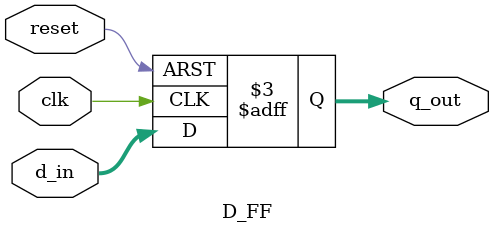
<source format=v>
module D_FF(output reg [7:0]q_out,input [7:0]d_in, input clk,reset);
	always@(posedge clk,negedge reset) begin
		if(!reset) q_out<=0;
		else q_out<=d_in;
	end
endmodule

</source>
